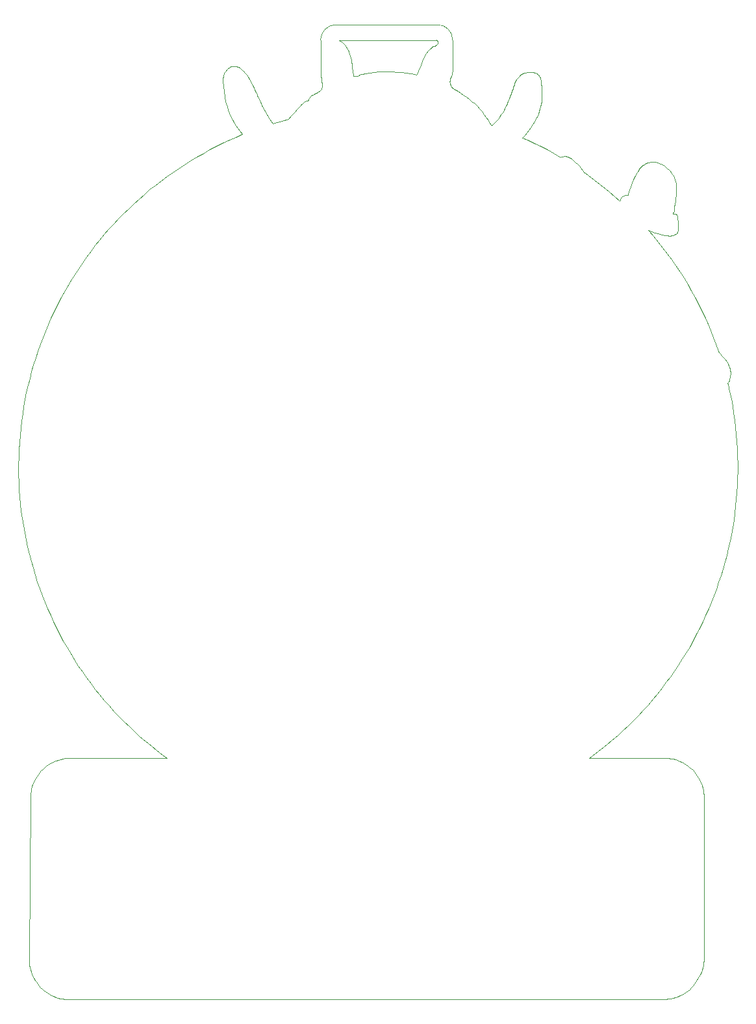
<source format=gbr>
%TF.GenerationSoftware,KiCad,Pcbnew,7.0.1-0*%
%TF.CreationDate,2024-04-28T15:41:34-04:00*%
%TF.ProjectId,OHS2024 Badge Release,4f485332-3032-4342-9042-616467652052,rev?*%
%TF.SameCoordinates,Original*%
%TF.FileFunction,Profile,NP*%
%FSLAX46Y46*%
G04 Gerber Fmt 4.6, Leading zero omitted, Abs format (unit mm)*
G04 Created by KiCad (PCBNEW 7.0.1-0) date 2024-04-28 15:41:34*
%MOMM*%
%LPD*%
G01*
G04 APERTURE LIST*
%TA.AperFunction,Profile*%
%ADD10C,0.100000*%
%TD*%
G04 APERTURE END LIST*
D10*
X60736000Y-47675000D02*
X61436000Y-47064000D01*
X104498000Y-35283000D02*
X104831000Y-35610000D01*
X87872000Y-28061000D02*
X87996000Y-28284000D01*
X132509000Y-121671000D02*
X132733000Y-121865000D01*
X83561000Y-34042000D02*
X83733000Y-33946000D01*
X45040000Y-82611000D02*
X45041000Y-82263000D01*
X48650000Y-121550000D02*
X48891000Y-121378000D01*
X130764000Y-47188000D02*
X130720000Y-47574000D01*
X136929000Y-68338000D02*
X137117000Y-68560000D01*
X130967000Y-51931000D02*
X130910000Y-52044000D01*
X107756000Y-37002000D02*
X107951000Y-36726000D01*
X75441000Y-32625000D02*
X75585000Y-32908000D01*
X130404000Y-44685000D02*
X130515000Y-44914000D01*
X45884000Y-73781000D02*
X46071000Y-72862000D01*
X133837000Y-103557000D02*
X133415000Y-104379000D01*
X101991000Y-33479000D02*
X102146000Y-33576000D01*
X131512000Y-121031000D02*
X131776000Y-121170000D01*
X74966000Y-31806000D02*
X75134000Y-32074000D01*
X133507000Y-122757000D02*
X133667000Y-123007000D01*
X75134000Y-32074000D02*
X75292000Y-32347000D01*
X113127000Y-32078000D02*
X113161000Y-32228000D01*
X109551000Y-33099000D02*
X109608000Y-32928000D01*
X53932000Y-55209000D02*
X54480000Y-54467000D01*
X134150000Y-148100000D02*
X134044000Y-148396000D01*
X50525000Y-120654000D02*
X50824000Y-120590000D01*
X73334000Y-30413000D02*
X73473000Y-30438000D01*
X129137000Y-151911000D02*
X51547000Y-151911000D01*
X109496000Y-33270000D02*
X109551000Y-33099000D01*
X127727000Y-112827000D02*
X127117000Y-113535000D01*
X63842000Y-120092000D02*
X63080000Y-119510000D01*
X118740000Y-44218000D02*
X118927000Y-44349000D01*
X101723000Y-33287000D02*
X101850000Y-33383000D01*
X130960000Y-120800000D02*
X131240000Y-120908000D01*
X127195000Y-51802000D02*
X127824000Y-52534000D01*
X47797000Y-98420000D02*
X47488000Y-97533000D01*
X134238000Y-147798000D02*
X134150000Y-148100000D01*
X88360000Y-29342000D02*
X88412000Y-29604000D01*
X50091000Y-61505000D02*
X50517000Y-60686000D01*
X137696000Y-71322000D02*
X137609000Y-71509000D01*
X130181000Y-55578000D02*
X130730000Y-56368000D01*
X89524000Y-31521000D02*
X89635000Y-31476000D01*
X49402000Y-121075000D02*
X49671000Y-120946000D01*
X99450008Y-27720045D02*
G75*
G03*
X99580000Y-27006000I-67508J381145D01*
G01*
X137737000Y-69585000D02*
X137796000Y-69800000D01*
X112595000Y-31368000D02*
X112717000Y-31457000D01*
X82336000Y-35034000D02*
X82430000Y-34983000D01*
X130762000Y-52229000D02*
X130761000Y-52231000D01*
X88455000Y-29868000D02*
X88492000Y-30132000D01*
X122428000Y-118156000D02*
X121700000Y-118765000D01*
X130977000Y-50163000D02*
X130981000Y-50202000D01*
X80997000Y-36394000D02*
X81419000Y-35931000D01*
X130676000Y-151670000D02*
X130379000Y-151755000D01*
X47291000Y-123097000D02*
X47446000Y-122844000D01*
X46462000Y-147133000D02*
X46452000Y-146819000D01*
X72500000Y-40022000D02*
X73375000Y-39637000D01*
X71851000Y-31396000D02*
X71892000Y-31303000D01*
X46619000Y-125601000D02*
X46623000Y-125407000D01*
X75585000Y-32908000D02*
X75724000Y-33193000D01*
X102643000Y-33868000D02*
X103038000Y-34120000D01*
X138740000Y-80241000D02*
X138778000Y-81179000D01*
X110203000Y-31827000D02*
X110339000Y-31694000D01*
X51352000Y-106064000D02*
X50890000Y-105248000D01*
X46822000Y-124196000D02*
X46915000Y-123910000D01*
X137844000Y-70724000D02*
X137813000Y-70928000D01*
X103794000Y-34671000D02*
X104152000Y-34970000D01*
X138611000Y-86770000D02*
X138519000Y-87694000D01*
X130787000Y-45903000D02*
X130810000Y-46164000D01*
X98023000Y-29003000D02*
X98164000Y-28760000D01*
X51128000Y-120545000D02*
X51438000Y-120518000D01*
X130515000Y-49191000D02*
X130489000Y-49272000D01*
X47706000Y-150140000D02*
X47518000Y-149911000D01*
X109385000Y-33610000D02*
X109441000Y-33440000D01*
X133519000Y-149409000D02*
X133350000Y-149675000D01*
X132978000Y-105193000D02*
X132524000Y-105998000D01*
X130414000Y-49641000D02*
X130465000Y-49648000D01*
X120201000Y-119944000D02*
X119430000Y-120513000D01*
X124173000Y-47215000D02*
X124295000Y-47217000D01*
X137452000Y-68981000D02*
X137564000Y-69175000D01*
X106273000Y-37443000D02*
X106515000Y-37846000D01*
X130672000Y-120709000D02*
X130960000Y-120800000D01*
X138778000Y-81179000D02*
X138797000Y-82115000D01*
X124554000Y-47014000D02*
X124557000Y-47003000D01*
X137764000Y-71128000D02*
X137696000Y-71322000D01*
X82430000Y-34983000D02*
X82532000Y-34944000D01*
X127552000Y-51898000D02*
X127123000Y-51721000D01*
X133615000Y-149239000D02*
X133519000Y-149409000D01*
X113276000Y-33673000D02*
X113280000Y-34004000D01*
X137846000Y-70693000D02*
X137844000Y-70724000D01*
X51547000Y-151911000D02*
X51394000Y-151908000D01*
X48829000Y-101039000D02*
X48468000Y-100173000D01*
X47878000Y-66597000D02*
X48205000Y-65729000D01*
X50234000Y-120734000D02*
X50525000Y-120654000D01*
X46211000Y-93002000D02*
X46010000Y-92079000D01*
X47798000Y-122367000D02*
X47993000Y-122145000D01*
X49142000Y-121219000D02*
X49402000Y-121075000D01*
X137785000Y-92264000D02*
X137585000Y-93166000D01*
X46686000Y-124790000D02*
X46745000Y-124490000D01*
X77099000Y-36082000D02*
X77436000Y-36689000D01*
X84629000Y-33036000D02*
X84629000Y-32908000D01*
X130761000Y-52231000D02*
X130667000Y-52306000D01*
X69108000Y-41729000D02*
X69940000Y-41278000D01*
X126184000Y-43523000D02*
X126311000Y-43398000D01*
X138684000Y-79303000D02*
X138740000Y-80241000D01*
X48118000Y-150563000D02*
X47906000Y-150357000D01*
X124859000Y-46052000D02*
X125038000Y-45588000D01*
X47488000Y-97533000D02*
X47197000Y-96639000D01*
X88791000Y-31691000D02*
X88841000Y-31704000D01*
X109979000Y-32116000D02*
X110084000Y-31968000D01*
X54480000Y-54467000D02*
X55043000Y-53735000D01*
X74594000Y-31293000D02*
X74787000Y-31546000D01*
X81419000Y-35931000D02*
X81856000Y-35481000D01*
X106834000Y-38019000D02*
X106925000Y-37936000D01*
X72388000Y-36136000D02*
X72241000Y-35713000D01*
X101278000Y-32574000D02*
X101299000Y-32693000D01*
X89277000Y-31657000D02*
X89385000Y-31594000D01*
X60167000Y-117046000D02*
X59474000Y-116396000D01*
X73198000Y-30405000D02*
X73334000Y-30413000D01*
X72402000Y-30640000D02*
X72523000Y-30561000D01*
X130515000Y-44914000D02*
X130609000Y-45152000D01*
X82881000Y-34653000D02*
X82932000Y-34551000D01*
X133415000Y-104379000D02*
X132978000Y-105193000D01*
X45095000Y-80350000D02*
X45150000Y-79398000D01*
X84259000Y-33628000D02*
X84353000Y-33559000D01*
X49076000Y-151258000D02*
X48822000Y-151105000D01*
X45392000Y-88338000D02*
X45285000Y-87392000D01*
X82844000Y-34766000D02*
X82881000Y-34653000D01*
X86382999Y-25003974D02*
G75*
G03*
X84430001Y-27010000I70901J-2022726D01*
G01*
X108888000Y-34938000D02*
X109015000Y-34623000D01*
X117290000Y-42603000D02*
X117291000Y-42603000D01*
X93804000Y-31121000D02*
X94395000Y-31153000D01*
X125196000Y-115588000D02*
X124526000Y-116249000D01*
X88620000Y-31194000D02*
X88661000Y-31458000D01*
X61436000Y-47064000D02*
X62148000Y-46467000D01*
X121246000Y-46096000D02*
X121994000Y-46709000D01*
X86836000Y-27006000D02*
X99580000Y-27006000D01*
X129616000Y-54800000D02*
X130181000Y-55578000D01*
X97052000Y-31303000D02*
X97171000Y-31054000D01*
X46745000Y-124490000D02*
X46822000Y-124196000D01*
X82807000Y-34863000D02*
X82821000Y-34847000D01*
X112320000Y-31234000D02*
X112463000Y-31293000D01*
X137533000Y-71801000D02*
X137745000Y-72736000D01*
X46499000Y-71040000D02*
X46740000Y-70139000D01*
X89904000Y-31405000D02*
X90265000Y-31342000D01*
X45129000Y-85489000D02*
X45079000Y-84533000D01*
X67479000Y-42678000D02*
X68288000Y-42196000D01*
X97481000Y-30282000D02*
X97578000Y-30022000D01*
X99291000Y-27767000D02*
X99450000Y-27720000D01*
X47993000Y-122145000D02*
X48201000Y-121934000D01*
X47344000Y-149671000D02*
X47183000Y-149422000D01*
X84561000Y-32299000D02*
X84532000Y-32106000D01*
X55620000Y-53015000D02*
X56211000Y-52305000D01*
X53905000Y-109999000D02*
X53362000Y-109232000D01*
X113177000Y-32384000D02*
X113210000Y-32675000D01*
X133776000Y-148966000D02*
X133615000Y-149239000D01*
X79347000Y-37529000D02*
X80252000Y-37290000D01*
X134386000Y-125295000D02*
X134397000Y-125609000D01*
X73473000Y-30438000D02*
X73614000Y-30482000D01*
X123512000Y-47745000D02*
X123523000Y-47712000D01*
X136321000Y-97602000D02*
X136017000Y-98473000D01*
X95573000Y-31277000D02*
X96158000Y-31369000D01*
X84595000Y-33249000D02*
X84619000Y-33149000D01*
X55043000Y-53735000D02*
X55620000Y-53015000D01*
X82759000Y-34910000D02*
X82765000Y-34909000D01*
X101532000Y-31466000D02*
X101455000Y-31686000D01*
X115672000Y-42244000D02*
X115785000Y-42197000D01*
X88661000Y-31458000D02*
X88662000Y-31467000D01*
X45197000Y-86442000D02*
X45129000Y-85489000D01*
X75724000Y-33193000D02*
X75860000Y-33480000D01*
X82209000Y-35126000D02*
X82248000Y-35095000D01*
X113217000Y-34993000D02*
X113169000Y-35319000D01*
X83888000Y-33858000D02*
X84027000Y-33776000D01*
X130568000Y-48738000D02*
X130526000Y-49131000D01*
X72113000Y-35284000D02*
X72111000Y-35278000D01*
X72178000Y-30852000D02*
X72287000Y-30737000D01*
X130369000Y-49631000D02*
X130414000Y-49641000D01*
X82821000Y-34847000D02*
X82827000Y-34841000D01*
X117928000Y-43162000D02*
X118154000Y-43407000D01*
X84353000Y-33559000D02*
X84442000Y-33483000D01*
X117687000Y-42931000D02*
X117928000Y-43162000D01*
X124541000Y-47093000D02*
X124553000Y-47018000D01*
X50958000Y-59875000D02*
X51416000Y-59073000D01*
X135357000Y-100195000D02*
X135002000Y-101047000D01*
X129454000Y-151901000D02*
X129137000Y-151911000D01*
X46071000Y-72862000D02*
X46276000Y-71948000D01*
X97897000Y-29252000D02*
X98023000Y-29003000D01*
X101271000Y-32447000D02*
X101278000Y-32574000D01*
X112270000Y-40428000D02*
X113135000Y-40856000D01*
X111177000Y-31236000D02*
X111364000Y-31198000D01*
X63080000Y-119510000D02*
X62330000Y-118915000D01*
X125683000Y-44243000D02*
X125744000Y-44132000D01*
X45320000Y-77508000D02*
X45433000Y-76569000D01*
X81879000Y-35459000D02*
X81984000Y-35346000D01*
X51860000Y-120499000D02*
X64397000Y-120499000D01*
X113075000Y-31935000D02*
X113127000Y-32078000D01*
X103422000Y-34388000D02*
X103794000Y-34671000D01*
X137178000Y-68624000D02*
X137323000Y-68798000D01*
X89419000Y-31575000D02*
X89524000Y-31521000D01*
X130465000Y-49648000D02*
X130486000Y-49649000D01*
X131073000Y-51155000D02*
X131077000Y-51339000D01*
X84532000Y-32106000D02*
X84526000Y-32069000D01*
X103038000Y-34120000D02*
X103422000Y-34388000D01*
X98391000Y-28439000D02*
X98529000Y-28282000D01*
X112706000Y-36837000D02*
X112516000Y-37235000D01*
X102146000Y-33576000D02*
X102313000Y-33676000D01*
X130951000Y-49981000D02*
X130967000Y-50073000D01*
X111364000Y-31198000D02*
X111409000Y-31188000D01*
X71847000Y-33632000D02*
X71773000Y-32955000D01*
X129004000Y-43232000D02*
X129224000Y-43368000D01*
X108133000Y-36442000D02*
X108304000Y-36152000D01*
X138132000Y-90447000D02*
X137967000Y-91357000D01*
X101279000Y-32312000D02*
X101271000Y-32447000D01*
X132758000Y-59633000D02*
X133223000Y-60474000D01*
X46010000Y-92079000D02*
X45827000Y-91150000D01*
X72075000Y-30985000D02*
X72178000Y-30852000D01*
X138519000Y-87694000D02*
X138408000Y-88615000D01*
X114836000Y-41764000D02*
X115672000Y-42244000D01*
X90852000Y-31255000D02*
X91441000Y-31189000D01*
X131776000Y-121170000D02*
X132030000Y-121323000D01*
X51394000Y-151908000D02*
X51083000Y-151888000D01*
X84430000Y-27010000D02*
X84431000Y-31281000D01*
X130686000Y-45396000D02*
X130746000Y-45647000D01*
X138264000Y-75548000D02*
X138398000Y-76487000D01*
X45518000Y-89280000D02*
X45392000Y-88338000D01*
X130549000Y-109131000D02*
X130015000Y-109891000D01*
X126905000Y-43021000D02*
X127077000Y-42960000D01*
X49603000Y-102748000D02*
X49207000Y-101897000D01*
X106750000Y-38085000D02*
X106834000Y-38019000D01*
X135641000Y-65714000D02*
X135981000Y-66617000D01*
X133813000Y-123266000D02*
X133944000Y-123534000D01*
X71892000Y-31303000D02*
X71980000Y-31135000D01*
X88492000Y-30132000D02*
X88524000Y-30398000D01*
X89024000Y-31730000D02*
X89048000Y-31732000D01*
X125450000Y-44682000D02*
X125683000Y-44243000D01*
X46923000Y-95738000D02*
X46667000Y-94832000D01*
X45715000Y-74705000D02*
X45884000Y-73781000D01*
X133667000Y-123007000D02*
X133813000Y-123266000D01*
X88218000Y-28823000D02*
X88296000Y-29081000D01*
X136303000Y-67527000D02*
X136389000Y-67635000D01*
X113007000Y-31800000D02*
X113075000Y-31935000D01*
X109887000Y-32270000D02*
X109979000Y-32116000D01*
X125744000Y-44132000D02*
X125845000Y-43964000D01*
X129981000Y-44051000D02*
X130137000Y-44252000D01*
X116521000Y-42181000D02*
X116660000Y-42230000D01*
X89167000Y-31715000D02*
X89277000Y-31657000D01*
X88554000Y-30663000D02*
X88585000Y-30929000D01*
X46452000Y-146819000D02*
X46452000Y-146818000D01*
X62330000Y-118915000D02*
X61595000Y-118305000D01*
X48822000Y-151105000D02*
X48577000Y-150938000D01*
X132276000Y-58801000D02*
X132758000Y-59633000D01*
X51889000Y-58280000D02*
X52377000Y-57498000D01*
X81984000Y-35346000D02*
X82093000Y-35232000D01*
X113272000Y-34335000D02*
X113251000Y-34665000D01*
X82093000Y-35232000D02*
X82209000Y-35126000D01*
X105149000Y-35951000D02*
X105453000Y-36305000D01*
X112924000Y-31675000D02*
X113007000Y-31800000D01*
X71980000Y-31135000D02*
X72075000Y-30985000D01*
X71773000Y-32955000D02*
X71719000Y-32275000D01*
X113263000Y-33341000D02*
X113276000Y-33673000D01*
X89131000Y-31731000D02*
X89167000Y-31715000D01*
X127823000Y-42867000D02*
X127958000Y-42865000D01*
X130137000Y-44252000D02*
X130278000Y-44464000D01*
X120485000Y-45498000D02*
X121246000Y-46096000D01*
X86836000Y-27006000D02*
X86975000Y-27096000D01*
X71941000Y-34307000D02*
X71847000Y-33632000D01*
X116137000Y-42136000D02*
X116260000Y-42134000D01*
X48577000Y-150938000D02*
X48342000Y-150757000D01*
X50776000Y-151850000D02*
X50475000Y-151793000D01*
X110820000Y-31365000D02*
X110996000Y-31291000D01*
X74787000Y-31546000D02*
X74966000Y-31806000D01*
X46667000Y-94832000D02*
X46430000Y-93920000D01*
X87996000Y-28284000D02*
X88102000Y-28515000D01*
X75292000Y-32347000D02*
X75441000Y-32625000D01*
X71741000Y-31744000D02*
X71786000Y-31568000D01*
X137564000Y-69175000D02*
X137659000Y-69376000D01*
X137863000Y-70467000D02*
X137846000Y-70693000D01*
X101653053Y-27004001D02*
G75*
G03*
X99658000Y-25004000I-1978753J21201D01*
G01*
X47446000Y-122844000D02*
X47615000Y-122600000D01*
X127453000Y-42883000D02*
X127658000Y-42867000D01*
X68288000Y-42196000D02*
X69108000Y-41729000D01*
X129767000Y-151871000D02*
X129454000Y-151901000D01*
X88909000Y-31716000D02*
X89024000Y-31730000D01*
X45663000Y-90217000D02*
X45518000Y-89280000D01*
X132051000Y-150990000D02*
X131793000Y-151158000D01*
X106599000Y-37980000D02*
X106654000Y-38047000D01*
X128879000Y-52316000D02*
X128431000Y-52195000D01*
X110344000Y-31689000D02*
X110493000Y-31564000D01*
X101513000Y-33087000D02*
X101610000Y-33188000D01*
X130350000Y-49583000D02*
X130348000Y-49590000D01*
X110652000Y-31456000D02*
X110820000Y-31365000D01*
X47037000Y-149162000D02*
X46905000Y-148895000D01*
X46540000Y-147746000D02*
X46492000Y-147442000D01*
X130075000Y-151822000D02*
X129767000Y-151871000D01*
X120958000Y-119362000D02*
X120201000Y-119944000D01*
X109253000Y-33985000D02*
X109366000Y-33662000D01*
X76194000Y-34205000D02*
X76478000Y-34840000D01*
X111397000Y-40019000D02*
X112270000Y-40428000D01*
X130278000Y-44464000D02*
X130404000Y-44685000D01*
X62873000Y-45883000D02*
X63610000Y-45313000D01*
X87576000Y-27650000D02*
X87732000Y-27850000D01*
X130808000Y-49709000D02*
X130858000Y-49760000D01*
X49681000Y-62334000D02*
X50091000Y-61505000D01*
X106015000Y-37052000D02*
X106273000Y-37443000D01*
X123452000Y-47982000D02*
X123471000Y-47895000D01*
X47150000Y-123359000D02*
X47291000Y-123097000D01*
X132757000Y-150395000D02*
X132533000Y-150608000D01*
X130797000Y-46802000D02*
X130764000Y-47188000D01*
X133166000Y-149928000D02*
X132968000Y-150168000D01*
X73155000Y-37744000D02*
X72937000Y-37355000D01*
X137585000Y-93166000D02*
X137367000Y-94063000D01*
X131068000Y-51508000D02*
X131046000Y-51663000D01*
X112463000Y-31293000D02*
X112595000Y-31368000D01*
X130899000Y-49825000D02*
X130928000Y-49895000D01*
X98673000Y-28143000D02*
X98822000Y-28021000D01*
X130669000Y-47960000D02*
X130617000Y-48348000D01*
X72523000Y-30561000D02*
X72648000Y-30499000D01*
X124519000Y-47224000D02*
X124520000Y-47219000D01*
X73375000Y-39637000D02*
X74260000Y-39268000D01*
X48420000Y-121736000D02*
X48650000Y-121550000D01*
X113210000Y-32675000D02*
X113240000Y-33008000D01*
X72111000Y-35278000D02*
X72110000Y-35271000D01*
X117433000Y-42713000D02*
X117687000Y-42931000D01*
X110493000Y-31564000D02*
X110652000Y-31456000D01*
X48205000Y-65729000D02*
X48549000Y-64868000D01*
X133919000Y-148685000D02*
X133776000Y-148966000D01*
X123882000Y-47281000D02*
X123967000Y-47249000D01*
X73614000Y-30482000D02*
X73756000Y-30543000D01*
X69940000Y-41278000D02*
X70782000Y-40843000D01*
X49288000Y-63171000D02*
X49681000Y-62334000D01*
X58796000Y-115733000D02*
X58132000Y-115058000D01*
X84512000Y-33405000D02*
X84565000Y-33321000D01*
X134044000Y-148396000D02*
X133919000Y-148685000D01*
X82765000Y-34908000D02*
X82774000Y-34899000D01*
X99132000Y-27833000D02*
X99291000Y-27767000D01*
X118561000Y-43936000D02*
X118740000Y-44218000D01*
X113024000Y-35965000D02*
X112926000Y-36284000D01*
X45150000Y-79398000D02*
X45226000Y-78451000D01*
X108613000Y-35555000D02*
X108755000Y-35249000D01*
X82765000Y-34909000D02*
X82765000Y-34908000D01*
X129836000Y-52480000D02*
X129652000Y-52461000D01*
X106515000Y-37846000D02*
X106515000Y-37847000D01*
X137796000Y-69800000D02*
X137837000Y-70019000D01*
X123619000Y-47513000D02*
X123684000Y-47428000D01*
X138608000Y-78365000D02*
X138684000Y-79303000D01*
X84151000Y-33700000D02*
X84259000Y-33628000D01*
X92031000Y-31142000D02*
X92622000Y-31115000D01*
X83147000Y-34303000D02*
X83236000Y-34235000D01*
X66682000Y-43175000D02*
X67479000Y-42678000D01*
X137745000Y-72736000D02*
X137938000Y-73672000D01*
X89753000Y-31444000D02*
X89757000Y-31444000D01*
X72648000Y-30499000D02*
X72777000Y-30454000D01*
X107547000Y-37271000D02*
X107756000Y-37002000D01*
X115910000Y-42165000D02*
X116037000Y-42152000D01*
X138398000Y-76487000D02*
X138513000Y-77426000D01*
X51416000Y-59073000D02*
X51889000Y-58280000D01*
X72937000Y-37355000D02*
X72736000Y-36957000D01*
X46690000Y-148334000D02*
X46606000Y-148043000D01*
X117291000Y-42603000D02*
X117433000Y-42713000D01*
X64397000Y-120499000D02*
X63842000Y-120092000D01*
X83236000Y-34235000D02*
X83332000Y-34171000D01*
X130311000Y-52454000D02*
X130166000Y-52477000D01*
X127123000Y-51721000D02*
X127123000Y-51721000D01*
X70782000Y-40843000D02*
X71636000Y-40425000D01*
X88749000Y-31672000D02*
X88791000Y-31691000D01*
X47197000Y-96639000D02*
X46923000Y-95738000D01*
X51438000Y-120518000D02*
X51545000Y-120510000D01*
X113169000Y-35319000D02*
X113105000Y-35643000D01*
X124528000Y-47188000D02*
X124530000Y-47176000D01*
X49949000Y-120832000D02*
X50234000Y-120734000D01*
X121700000Y-118765000D02*
X120958000Y-119362000D01*
X134160000Y-124094000D02*
X134243000Y-124385000D01*
X112809000Y-36600000D02*
X112808000Y-36602000D01*
X134306000Y-147491000D02*
X134238000Y-147798000D01*
X64360000Y-44757000D02*
X65122000Y-44215000D01*
X134906000Y-63933000D02*
X135283000Y-64819000D01*
X101653000Y-27004000D02*
X101653000Y-27004000D01*
X74260000Y-39268000D02*
X74194000Y-39193000D01*
X118154000Y-43407000D02*
X118365000Y-43665000D01*
X101591000Y-31245000D02*
X101532000Y-31466000D01*
X131568000Y-107583000D02*
X131066000Y-108362000D01*
X73642000Y-38490000D02*
X73390000Y-38122000D01*
X84629000Y-32908000D02*
X84629000Y-32903000D01*
X131031000Y-50655000D02*
X131070000Y-51110000D01*
X137323000Y-68798000D02*
X137452000Y-68981000D01*
X130622000Y-49648000D02*
X130680000Y-49652000D01*
X88124000Y-28567000D02*
X88218000Y-28823000D01*
X84027000Y-33776000D02*
X84151000Y-33700000D01*
X137967000Y-91357000D02*
X137785000Y-92264000D01*
X137813000Y-70928000D02*
X137764000Y-71128000D01*
X130077000Y-120578000D02*
X130378000Y-120635000D01*
X111981000Y-31163000D02*
X112172000Y-31193000D01*
X136017000Y-98473000D02*
X135695000Y-99337000D01*
X84468000Y-31676000D02*
X84431000Y-31281000D01*
X61595000Y-118305000D02*
X60874000Y-117682000D01*
X47274000Y-68354000D02*
X47568000Y-67472000D01*
X45079000Y-84533000D02*
X45050000Y-83573000D01*
X88701000Y-31610000D02*
X88731000Y-31656000D01*
X73910000Y-38847000D02*
X73642000Y-38490000D01*
X130008000Y-52486000D02*
X129836000Y-52480000D01*
X130453000Y-49357000D02*
X130411000Y-49445000D01*
X138778000Y-83983000D02*
X138741000Y-84914000D01*
X131013000Y-51804000D02*
X130967000Y-51931000D01*
X128902000Y-111380000D02*
X128322000Y-112109000D01*
X101316000Y-32750000D02*
X101365000Y-32869000D01*
X76130000Y-34056000D02*
X76131000Y-34059000D01*
X48124000Y-99300000D02*
X47797000Y-98420000D01*
X123142000Y-117533000D02*
X122428000Y-118156000D01*
X77436000Y-36689000D02*
X77791000Y-37286000D01*
X93213000Y-31108000D02*
X93804000Y-31121000D01*
X137837000Y-70019000D02*
X137860000Y-70242000D01*
X101299000Y-32693000D02*
X101316000Y-32750000D01*
X123523000Y-47712000D02*
X123566000Y-47608000D01*
X71636000Y-40425000D02*
X72500000Y-40022000D01*
X134397000Y-125609000D02*
X134397000Y-146548000D01*
X125235000Y-45131000D02*
X125450000Y-44682000D01*
X137609000Y-71509000D02*
X137505000Y-71687000D01*
X101850000Y-33383000D02*
X101991000Y-33479000D01*
X129628000Y-43684000D02*
X129811000Y-43862000D01*
X131778000Y-57980000D02*
X132276000Y-58801000D01*
X112717000Y-31457000D02*
X112827000Y-31560000D01*
X131077000Y-51339000D02*
X131068000Y-51508000D01*
X126064000Y-43659000D02*
X126184000Y-43523000D01*
X125038000Y-45588000D02*
X125235000Y-45131000D01*
X137505000Y-71687000D02*
X137533000Y-71801000D01*
X78162000Y-37872000D02*
X78448000Y-37786000D01*
X97383000Y-30542000D02*
X97481000Y-30282000D01*
X127077000Y-42960000D02*
X127260000Y-42914000D01*
X130166000Y-52477000D02*
X130008000Y-52486000D01*
X55625000Y-112236000D02*
X55036000Y-111501000D01*
X127658000Y-42867000D02*
X127813000Y-42868000D01*
X56817000Y-51608000D02*
X57436000Y-50921000D01*
X111844000Y-38367000D02*
X111587000Y-38723000D01*
X118365000Y-43665000D02*
X118561000Y-43936000D01*
X94395000Y-31153000D02*
X94985000Y-31205000D01*
X49207000Y-101897000D02*
X48829000Y-101039000D01*
X73044000Y-30417000D02*
X73064000Y-30414000D01*
X132945000Y-122071000D02*
X133145000Y-122289000D01*
X108463000Y-35856000D02*
X108613000Y-35555000D01*
X130667000Y-52306000D02*
X130561000Y-52369000D01*
X45285000Y-87392000D02*
X45197000Y-86442000D01*
X72909000Y-30427000D02*
X73044000Y-30417000D01*
X109733000Y-32593000D02*
X109806000Y-32429000D01*
X109137000Y-34305000D02*
X109253000Y-33985000D01*
X109366000Y-33662000D02*
X109367000Y-33661000D01*
X133223000Y-60474000D02*
X133670000Y-61325000D01*
X74387000Y-31049000D02*
X74594000Y-31293000D01*
X46276000Y-71948000D02*
X46499000Y-71040000D01*
X121994000Y-46709000D02*
X122730000Y-47338000D01*
X74040000Y-30722000D02*
X74181000Y-30841000D01*
X51830000Y-106870000D02*
X51352000Y-106064000D01*
X113990000Y-41301000D02*
X114836000Y-41764000D01*
X135283000Y-64819000D02*
X135641000Y-65714000D01*
X135695000Y-99337000D02*
X135357000Y-100195000D01*
X56211000Y-52305000D02*
X56817000Y-51608000D01*
X88731000Y-31656000D02*
X88749000Y-31672000D01*
X72241000Y-35713000D02*
X72113000Y-35284000D01*
X130746000Y-45647000D02*
X130787000Y-45903000D01*
X123566000Y-47608000D02*
X123619000Y-47513000D01*
X96158000Y-31369000D02*
X96742000Y-31480000D01*
X131262000Y-57169000D02*
X131778000Y-57980000D01*
X137938000Y-73672000D02*
X138111000Y-74610000D01*
X86975000Y-27096000D02*
X87021000Y-27129000D01*
X131240000Y-120908000D02*
X131512000Y-121031000D01*
X136608000Y-96726000D02*
X136321000Y-97602000D01*
X130814000Y-46428000D02*
X130797000Y-46802000D01*
X130618000Y-49648000D02*
X130622000Y-49648000D01*
X125851000Y-114915000D02*
X125196000Y-115588000D01*
X48910000Y-64016000D02*
X49288000Y-63171000D01*
X104152000Y-34970000D02*
X104498000Y-35283000D01*
X109015000Y-34623000D02*
X109137000Y-34305000D01*
X117120000Y-42483000D02*
X117290000Y-42603000D01*
X111026000Y-39399000D02*
X110722000Y-39718000D01*
X48549000Y-64868000D02*
X48910000Y-64016000D01*
X112085000Y-38000000D02*
X111844000Y-38367000D01*
X46905000Y-148895000D02*
X46789000Y-148618000D01*
X82993000Y-34460000D02*
X83065000Y-34378000D01*
X116260000Y-42134000D02*
X116388000Y-42149000D01*
X96961000Y-31455000D02*
X97006000Y-31388000D01*
X47183000Y-149422000D02*
X47037000Y-149162000D01*
X130749000Y-49673000D02*
X130808000Y-49709000D01*
X57436000Y-50921000D02*
X58069000Y-50247000D01*
X133145000Y-122289000D02*
X133332000Y-122518000D01*
X86383000Y-25004000D02*
X99658000Y-25004000D01*
X124394000Y-47215000D02*
X124519000Y-47224000D01*
X109806000Y-32429000D02*
X109887000Y-32270000D01*
X138685000Y-85843000D02*
X138611000Y-86770000D01*
X88585000Y-30929000D02*
X88620000Y-31194000D01*
X127988000Y-52056000D02*
X127552000Y-51898000D01*
X58069000Y-50247000D02*
X58716000Y-49585000D01*
X101455000Y-31686000D02*
X101394000Y-31846000D01*
X128773000Y-43111000D02*
X129004000Y-43232000D01*
X101302000Y-32168000D02*
X101279000Y-32312000D01*
X127117000Y-113535000D02*
X126492000Y-114231000D01*
X111314000Y-39067000D02*
X111026000Y-39399000D01*
X46452000Y-146818000D02*
X46619000Y-125601000D01*
X87732000Y-27850000D02*
X87872000Y-28061000D01*
X137117000Y-68560000D02*
X137178000Y-68624000D01*
X96742000Y-31480000D02*
X96824000Y-31496000D01*
X52377000Y-57498000D02*
X52880000Y-56725000D01*
X132968000Y-150168000D02*
X132757000Y-150395000D01*
X130730000Y-56368000D02*
X131262000Y-57169000D01*
X53362000Y-109232000D02*
X52836000Y-108455000D01*
X123684000Y-47428000D02*
X123762000Y-47354000D01*
X136389000Y-67635000D02*
X136571000Y-67871000D01*
X74194000Y-39193000D02*
X73910000Y-38847000D01*
X46915000Y-123910000D02*
X47025000Y-123631000D01*
X45226000Y-78451000D02*
X45320000Y-77508000D01*
X82932000Y-34551000D02*
X82993000Y-34460000D01*
X112926000Y-36284000D02*
X112809000Y-36600000D01*
X130348000Y-49590000D02*
X130340000Y-49623000D01*
X106515000Y-37847000D02*
X106543000Y-37894000D01*
X51083000Y-151888000D02*
X50776000Y-151850000D01*
X109441000Y-33440000D02*
X109496000Y-33270000D01*
X97578000Y-30022000D02*
X97678000Y-29763000D01*
X109367000Y-33661000D02*
X109385000Y-33610000D01*
X89385000Y-31594000D02*
X89419000Y-31575000D01*
X130609000Y-45152000D02*
X130686000Y-45396000D01*
X63610000Y-45313000D02*
X64360000Y-44757000D01*
X46999000Y-69243000D02*
X47274000Y-68354000D01*
X128431000Y-52195000D02*
X127988000Y-52056000D01*
X50475000Y-151793000D02*
X50181000Y-151719000D01*
X52836000Y-108455000D02*
X52325000Y-107667000D01*
X130515000Y-49650000D02*
X130618000Y-49648000D01*
X128532000Y-43007000D02*
X128773000Y-43111000D01*
X88841000Y-31704000D02*
X88909000Y-31716000D01*
X134308000Y-124682000D02*
X134356000Y-124986000D01*
X137659000Y-69376000D02*
X137737000Y-69585000D01*
X111598000Y-31161000D02*
X111789000Y-31152000D01*
X130489000Y-49272000D02*
X130453000Y-49357000D01*
X72777000Y-30454000D02*
X72909000Y-30427000D01*
X130015000Y-109891000D02*
X129467000Y-110640000D01*
X82827000Y-34841000D02*
X82844000Y-34766000D01*
X98164000Y-28760000D02*
X98261000Y-28612000D01*
X130617000Y-48348000D02*
X130568000Y-48738000D01*
X134242000Y-102728000D02*
X133837000Y-103557000D01*
X74322000Y-30979000D02*
X74387000Y-31049000D01*
X134060000Y-123810000D02*
X134160000Y-124094000D01*
X47025000Y-123631000D02*
X47150000Y-123359000D01*
X129467000Y-110640000D02*
X128902000Y-111380000D01*
X130526000Y-49131000D02*
X130515000Y-49191000D01*
X110996000Y-31291000D02*
X111177000Y-31236000D01*
X84619000Y-33149000D02*
X84629000Y-33036000D01*
X138797000Y-83050000D02*
X138778000Y-83983000D01*
X107951000Y-36726000D02*
X108133000Y-36442000D01*
X90265000Y-31342000D02*
X90852000Y-31255000D01*
X92622000Y-31115000D02*
X93213000Y-31108000D01*
X98822000Y-28021000D02*
X98976000Y-27917000D01*
X130442000Y-52418000D02*
X130311000Y-52454000D01*
X113240000Y-33008000D02*
X113263000Y-33341000D01*
X126311000Y-43398000D02*
X126447000Y-43284000D01*
X129386000Y-52427000D02*
X129334000Y-52417000D01*
X75860000Y-33480000D02*
X75995000Y-33768000D01*
X71708000Y-32107000D02*
X71715000Y-31925000D01*
X76478000Y-34840000D02*
X76780000Y-35466000D01*
X98261000Y-28612000D02*
X98391000Y-28439000D01*
X101341000Y-32013000D02*
X101302000Y-32168000D01*
X106687000Y-38079000D02*
X106724000Y-38102000D01*
X105453000Y-36305000D02*
X105742000Y-36672000D01*
X112172000Y-31193000D02*
X112173000Y-31193000D01*
X130379000Y-151755000D02*
X130075000Y-151822000D01*
X62148000Y-46467000D02*
X62873000Y-45883000D01*
X55036000Y-111501000D02*
X54463000Y-110755000D01*
X101655000Y-30797000D02*
X101632000Y-31022000D01*
X126492000Y-114231000D02*
X125851000Y-114915000D01*
X124699000Y-46524000D02*
X124859000Y-46052000D01*
X107323000Y-37532000D02*
X107547000Y-37271000D01*
X132054000Y-106795000D02*
X131568000Y-107583000D01*
X125845000Y-43964000D02*
X125951000Y-43807000D01*
X73064000Y-30414000D02*
X73198000Y-30405000D01*
X132533000Y-150608000D02*
X132298000Y-150806000D01*
X104831000Y-35610000D02*
X105149000Y-35951000D01*
X131527000Y-151311000D02*
X131251000Y-151447000D01*
X128322000Y-112109000D02*
X127727000Y-112827000D01*
X87021000Y-27129000D02*
X87220000Y-27289000D01*
X57483000Y-114370000D02*
X56849000Y-113670000D01*
X123841000Y-116897000D02*
X123142000Y-117533000D01*
X109668000Y-32759000D02*
X109733000Y-32593000D01*
X129652000Y-52461000D02*
X129579000Y-52454000D01*
X83433000Y-34112000D02*
X83539000Y-34054000D01*
X118927000Y-44349000D02*
X119712000Y-44915000D01*
X138797000Y-82115000D02*
X138797000Y-83050000D01*
X106543000Y-37894000D02*
X106599000Y-37980000D01*
X124064000Y-47226000D02*
X124173000Y-47215000D01*
X126590000Y-43183000D02*
X126743000Y-43095000D01*
X46645000Y-125096000D02*
X46686000Y-124790000D01*
X71715000Y-31925000D02*
X71741000Y-31744000D01*
X112173000Y-31193000D02*
X112320000Y-31234000D01*
X137367000Y-94063000D02*
X137131000Y-94956000D01*
X129035000Y-54033000D02*
X129616000Y-54800000D01*
X134100000Y-62185000D02*
X134512000Y-63055000D01*
X89767000Y-31442000D02*
X89785000Y-31436000D01*
X50890000Y-105248000D02*
X50444000Y-104423000D01*
X82532000Y-34944000D02*
X82641000Y-34919000D01*
X113105000Y-35643000D02*
X113024000Y-35965000D01*
X119712000Y-44915000D02*
X120485000Y-45498000D01*
X96824000Y-31496000D02*
X96914000Y-31503000D01*
X71786000Y-31568000D02*
X71851000Y-31396000D01*
X130411000Y-49445000D02*
X130388000Y-49493000D01*
X48342000Y-150757000D02*
X48118000Y-150563000D01*
X132275000Y-121490000D02*
X132509000Y-121671000D01*
X123471000Y-47895000D02*
X123512000Y-47745000D01*
X107083000Y-37784000D02*
X107323000Y-37532000D01*
X101653000Y-27004000D02*
X101655000Y-30797000D01*
X88412000Y-29604000D02*
X88455000Y-29868000D01*
X87405000Y-27463000D02*
X87576000Y-27650000D01*
X127824000Y-52534000D02*
X128437000Y-53277000D01*
X130378000Y-120635000D02*
X130672000Y-120709000D01*
X97171000Y-31054000D02*
X97281000Y-30800000D01*
X101431000Y-32981000D02*
X101513000Y-33087000D01*
X83065000Y-34378000D02*
X83147000Y-34303000D01*
X116660000Y-42230000D02*
X116805000Y-42297000D01*
X129334000Y-52417000D02*
X128879000Y-52316000D01*
X101365000Y-32869000D02*
X101431000Y-32981000D01*
X126447000Y-43284000D02*
X126590000Y-43183000D01*
X129579000Y-52454000D02*
X129388000Y-52428000D01*
X89785000Y-31436000D02*
X89904000Y-31405000D01*
X136571000Y-67871000D02*
X136749000Y-68107000D01*
X49340000Y-151397000D02*
X49076000Y-151258000D01*
X123808000Y-47322000D02*
X123882000Y-47281000D01*
X116958000Y-42382000D02*
X117120000Y-42483000D01*
X84442000Y-33483000D02*
X84512000Y-33405000D01*
X119430000Y-120513000D02*
X129151000Y-120513000D01*
X137860000Y-70242000D02*
X137863000Y-70467000D01*
X128427000Y-42968000D02*
X128532000Y-43007000D01*
X106654000Y-38047000D02*
X106687000Y-38079000D01*
X130340000Y-49623000D02*
X130369000Y-49631000D01*
X131793000Y-151158000D02*
X131527000Y-151311000D01*
X112309000Y-37623000D02*
X112085000Y-38000000D01*
X130810000Y-46164000D02*
X130814000Y-46428000D01*
X58132000Y-115058000D02*
X57483000Y-114370000D01*
X135002000Y-101047000D02*
X134630000Y-101891000D01*
X129432000Y-43519000D02*
X129628000Y-43684000D01*
X131070000Y-51110000D02*
X131073000Y-51155000D01*
X130842000Y-52143000D02*
X130762000Y-52229000D01*
X83332000Y-34171000D02*
X83433000Y-34112000D01*
X74181000Y-30841000D02*
X74322000Y-30979000D01*
X45058000Y-81305000D02*
X45095000Y-80350000D01*
X115785000Y-42197000D02*
X115910000Y-42165000D01*
X47615000Y-122600000D02*
X47798000Y-122367000D01*
X84565000Y-33321000D02*
X84595000Y-33249000D01*
X101632000Y-31022000D02*
X101591000Y-31245000D01*
X50181000Y-151719000D02*
X49893000Y-151628000D01*
X130388000Y-49493000D02*
X130350000Y-49583000D01*
X129388000Y-52428000D02*
X129386000Y-52427000D01*
X133350000Y-149675000D02*
X133166000Y-149928000D01*
X124553000Y-47018000D02*
X124554000Y-47014000D01*
X82641000Y-34919000D02*
X82759000Y-34910000D01*
X116037000Y-42152000D02*
X116137000Y-42136000D01*
X88679000Y-31548000D02*
X88701000Y-31610000D01*
X136749000Y-68107000D02*
X136929000Y-68338000D01*
X49613000Y-151520000D02*
X49340000Y-151397000D01*
X110339000Y-31694000D02*
X110344000Y-31689000D01*
X129811000Y-43862000D02*
X129981000Y-44051000D01*
X84629000Y-32903000D02*
X84620000Y-32774000D01*
X48468000Y-100173000D02*
X48124000Y-99300000D01*
X123967000Y-47249000D02*
X124064000Y-47226000D01*
X132733000Y-121865000D02*
X132945000Y-122071000D01*
X82248000Y-35095000D02*
X82336000Y-35034000D01*
X72553000Y-36551000D02*
X72388000Y-36136000D01*
X110084000Y-31968000D02*
X110203000Y-31827000D01*
X131046000Y-51663000D02*
X131013000Y-51804000D01*
X111409000Y-31188000D02*
X111598000Y-31161000D01*
X60049000Y-48299000D02*
X60736000Y-47675000D01*
X51545000Y-120510000D02*
X51860000Y-120499000D01*
X128437000Y-53277000D02*
X129035000Y-54033000D01*
X116388000Y-42149000D02*
X116521000Y-42181000D01*
X49893000Y-151628000D02*
X49613000Y-151520000D01*
X129151000Y-120513000D02*
X129332000Y-120517000D01*
X97783000Y-29505000D02*
X97897000Y-29252000D01*
X134397000Y-146548000D02*
X134397000Y-146549000D01*
X106724000Y-38102000D02*
X106750000Y-38085000D01*
X138513000Y-77426000D02*
X138608000Y-78365000D01*
X46623000Y-125407000D02*
X46645000Y-125096000D01*
X112827000Y-31560000D02*
X112924000Y-31675000D01*
X45565000Y-75634000D02*
X45715000Y-74705000D01*
X82774000Y-34899000D02*
X82790000Y-34882000D01*
X84586000Y-32474000D02*
X84561000Y-32299000D01*
X46430000Y-93920000D02*
X46211000Y-93002000D01*
X97281000Y-30800000D02*
X97383000Y-30542000D01*
X88662000Y-31467000D02*
X88679000Y-31548000D01*
X89757000Y-31444000D02*
X89767000Y-31442000D01*
X50517000Y-60686000D02*
X50958000Y-59875000D01*
X97006000Y-31388000D02*
X97052000Y-31303000D01*
X127813000Y-42868000D02*
X127823000Y-42867000D01*
X47518000Y-149911000D02*
X47344000Y-149671000D01*
X89048000Y-31732000D02*
X89131000Y-31731000D01*
X73390000Y-38122000D02*
X73155000Y-37744000D01*
X130680000Y-49652000D02*
X130749000Y-49673000D01*
X84620000Y-32774000D02*
X84606000Y-32632000D01*
X84526000Y-32069000D02*
X84468000Y-31676000D01*
X102313000Y-33676000D02*
X102643000Y-33868000D01*
X54463000Y-110755000D02*
X53905000Y-109999000D01*
X134356000Y-147180000D02*
X134306000Y-147491000D01*
X127958000Y-42865000D02*
X128118000Y-42880000D01*
X45433000Y-76569000D02*
X45565000Y-75634000D01*
X131066000Y-108362000D02*
X130549000Y-109131000D01*
X138741000Y-84914000D02*
X138685000Y-85843000D01*
X96914000Y-31503000D02*
X96961000Y-31455000D01*
X94985000Y-31205000D02*
X95573000Y-31277000D01*
X113161000Y-32228000D02*
X113177000Y-32384000D01*
X71719000Y-32275000D02*
X71708000Y-32107000D01*
X111789000Y-31152000D02*
X111981000Y-31163000D01*
X134356000Y-124986000D02*
X134386000Y-125295000D01*
X129224000Y-43368000D02*
X129432000Y-43519000D01*
X89635000Y-31476000D02*
X89753000Y-31444000D01*
X82790000Y-34882000D02*
X82807000Y-34863000D01*
X87220000Y-27289000D02*
X87405000Y-27463000D01*
X46789000Y-148618000D02*
X46690000Y-148334000D01*
X108304000Y-36152000D02*
X108463000Y-35856000D01*
X83539000Y-34054000D02*
X83561000Y-34042000D01*
X81856000Y-35481000D02*
X81879000Y-35459000D01*
X123762000Y-47354000D02*
X123808000Y-47322000D01*
X88524000Y-30398000D02*
X88554000Y-30663000D01*
X97678000Y-29763000D02*
X97783000Y-29505000D01*
X112808000Y-36602000D02*
X112706000Y-36837000D01*
X77791000Y-37286000D02*
X78162000Y-37872000D01*
X56849000Y-113670000D02*
X56229000Y-112959000D01*
X125951000Y-43807000D02*
X126064000Y-43659000D01*
X134243000Y-124385000D02*
X134308000Y-124682000D01*
X124295000Y-47217000D02*
X124394000Y-47215000D01*
X101610000Y-33188000D02*
X101723000Y-33287000D01*
X50824000Y-120590000D02*
X51128000Y-120545000D01*
X72054000Y-34978000D02*
X71941000Y-34307000D01*
X129459000Y-120519000D02*
X129771000Y-120539000D01*
X45041000Y-82263000D02*
X45058000Y-81305000D01*
X132524000Y-105998000D02*
X132054000Y-106795000D01*
X91441000Y-31189000D02*
X92031000Y-31142000D01*
X138111000Y-74610000D02*
X138264000Y-75548000D01*
X56229000Y-112959000D02*
X55625000Y-112236000D01*
X131251000Y-151447000D02*
X130967000Y-151567000D01*
X133670000Y-61325000D02*
X134100000Y-62185000D01*
X112516000Y-37235000D02*
X112309000Y-37623000D01*
X108755000Y-35249000D02*
X108888000Y-34938000D01*
X127260000Y-42914000D02*
X127453000Y-42883000D01*
X83733000Y-33946000D02*
X83888000Y-33858000D01*
X76131000Y-34059000D02*
X76194000Y-34205000D01*
X109608000Y-32928000D02*
X109668000Y-32759000D01*
X133944000Y-123534000D02*
X134060000Y-123810000D01*
X72287000Y-30737000D02*
X72402000Y-30640000D01*
X124530000Y-47176000D02*
X124541000Y-47093000D01*
X105742000Y-36672000D02*
X106015000Y-37052000D01*
X128118000Y-42880000D02*
X128275000Y-42914000D01*
X128275000Y-42914000D02*
X128427000Y-42968000D01*
X130967000Y-50073000D02*
X130977000Y-50163000D01*
X80252000Y-37290000D02*
X80589000Y-36871000D01*
X124526000Y-116249000D02*
X123841000Y-116897000D01*
X98529000Y-28282000D02*
X98673000Y-28143000D01*
X134512000Y-63055000D02*
X134906000Y-63933000D01*
X60874000Y-117682000D02*
X60167000Y-117046000D01*
X134397000Y-146549000D02*
X134386000Y-146865000D01*
X111587000Y-38723000D02*
X111314000Y-39067000D01*
X101394000Y-31846000D02*
X101341000Y-32013000D01*
X47906000Y-150357000D02*
X47706000Y-150140000D01*
X46740000Y-70139000D02*
X46999000Y-69243000D01*
X65122000Y-44215000D02*
X65896000Y-43688000D01*
X130486000Y-49649000D02*
X130515000Y-49650000D01*
X84606000Y-32632000D02*
X84586000Y-32474000D01*
X113280000Y-34004000D02*
X113272000Y-34335000D01*
X88102000Y-28515000D02*
X88124000Y-28567000D01*
X59474000Y-116396000D02*
X58796000Y-115733000D01*
X58716000Y-49585000D02*
X59376000Y-48936000D01*
X124557000Y-47003000D02*
X124699000Y-46524000D01*
X110722000Y-39718000D02*
X111397000Y-40019000D01*
X88296000Y-29081000D02*
X88360000Y-29342000D01*
X113251000Y-34665000D02*
X113217000Y-34993000D01*
X138408000Y-88615000D02*
X138279000Y-89533000D01*
X45050000Y-83573000D02*
X45040000Y-82611000D01*
X130981000Y-50202000D02*
X131031000Y-50655000D01*
X72110000Y-35271000D02*
X72054000Y-34978000D01*
X122730000Y-47338000D02*
X123452000Y-47982000D01*
X47568000Y-67472000D02*
X47878000Y-66597000D01*
X130858000Y-49760000D02*
X130899000Y-49825000D01*
X130720000Y-47574000D02*
X130669000Y-47960000D01*
X130928000Y-49895000D02*
X130951000Y-49981000D01*
X72736000Y-36957000D02*
X72553000Y-36551000D01*
X48201000Y-121934000D02*
X48420000Y-121736000D01*
X49671000Y-120946000D02*
X49949000Y-120832000D01*
X127123000Y-51721000D02*
X127195000Y-51802000D01*
X137131000Y-94956000D02*
X136879000Y-95844000D01*
X135981000Y-66617000D02*
X136303000Y-67527000D01*
X53399000Y-55961000D02*
X53932000Y-55209000D01*
X78448000Y-37786000D02*
X79347000Y-37529000D01*
X50015000Y-103590000D02*
X49603000Y-102748000D01*
X132030000Y-121323000D02*
X132275000Y-121490000D01*
X98976000Y-27917000D02*
X99132000Y-27833000D01*
X65896000Y-43688000D02*
X66682000Y-43175000D01*
X129771000Y-120539000D02*
X130077000Y-120578000D01*
X133332000Y-122518000D02*
X133507000Y-122757000D01*
X73898000Y-30623000D02*
X74040000Y-30722000D01*
X46606000Y-148043000D02*
X46540000Y-147746000D01*
X76780000Y-35466000D02*
X77099000Y-36082000D01*
X113135000Y-40856000D02*
X113990000Y-41301000D01*
X134386000Y-146865000D02*
X134356000Y-147180000D01*
X45827000Y-91150000D02*
X45663000Y-90217000D01*
X106925000Y-37936000D02*
X107083000Y-37784000D01*
X48891000Y-121378000D02*
X49142000Y-121219000D01*
X130910000Y-52044000D02*
X130842000Y-52143000D01*
X130967000Y-151567000D02*
X130676000Y-151670000D01*
X75995000Y-33768000D02*
X76130000Y-34056000D01*
X130561000Y-52369000D02*
X130442000Y-52418000D01*
X136879000Y-95844000D02*
X136608000Y-96726000D01*
X124520000Y-47219000D02*
X124528000Y-47188000D01*
X73756000Y-30543000D02*
X73898000Y-30623000D01*
X134630000Y-101891000D02*
X134242000Y-102728000D01*
X59376000Y-48936000D02*
X60049000Y-48299000D01*
X80589000Y-36871000D02*
X80997000Y-36394000D01*
X116805000Y-42297000D02*
X116958000Y-42382000D01*
X126743000Y-43095000D02*
X126905000Y-43021000D01*
X132298000Y-150806000D02*
X132051000Y-150990000D01*
X52880000Y-56725000D02*
X53399000Y-55961000D01*
X50444000Y-104423000D02*
X50015000Y-103590000D01*
X46492000Y-147442000D02*
X46462000Y-147133000D01*
X129332000Y-120517000D02*
X129459000Y-120519000D01*
X52325000Y-107667000D02*
X51830000Y-106870000D01*
X138279000Y-89533000D02*
X138132000Y-90447000D01*
M02*

</source>
